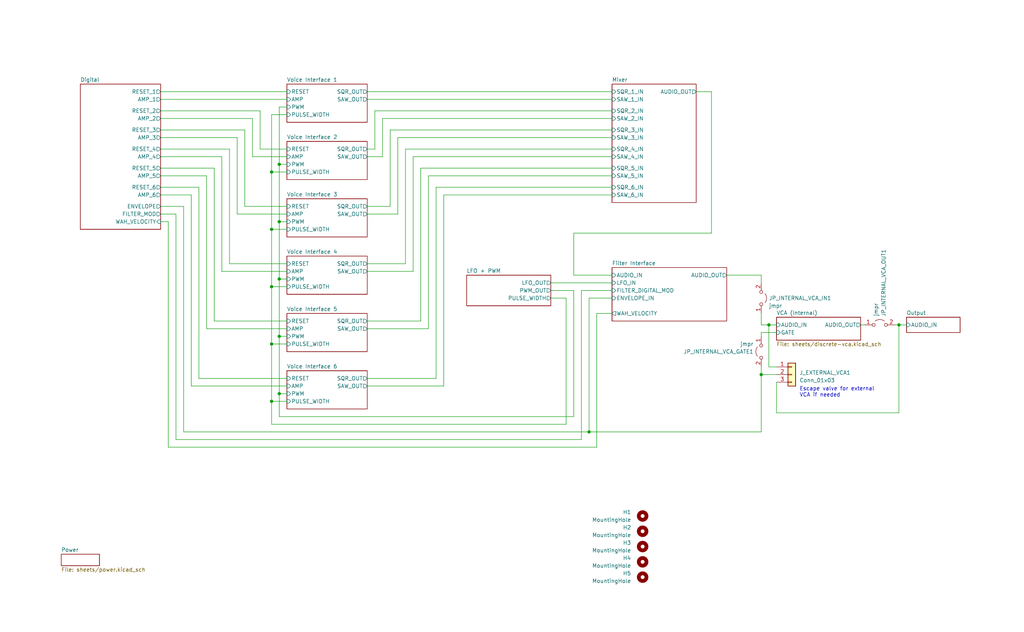
<source format=kicad_sch>
(kicad_sch (version 20230121) (generator eeschema)
  (paper "User" 340.004 210.007)
  (title_block (title "Brow — 6 voice paraphonic synth for Dr gLove") (date "2023-03-31") (company "Shmøergh") (comment 1 "All resistors are 1% except when noted"))
  (lib_symbols
    (symbol "Connector_Generic:Conn_01x03" (pin_names (offset 1.016) hide)
      (property "Reference" "J" (at 0 5.08 0))
      (property "Value" "Conn_01x03" (at 0 -5.08 0))
      (symbol "Conn_01x03_1_1"
        (rectangle (start -1.27 -2.413) (end 0 -2.667) (stroke (width 0.1524)))
        (rectangle (start -1.27 0.127) (end 0 -0.127) (stroke (width 0.1524)))
        (rectangle (start -1.27 2.667) (end 0 2.413) (stroke (width 0.1524)))
        (rectangle (start -1.27 3.81) (end 1.27 -3.81) (stroke (width 0.254)) (fill (type background)))
        (pin passive line (at -5.08 2.54 0) (length 3.81) (name "Pin_1") (number "1"))
        (pin passive line (at -5.08 0 0) (length 3.81) (name "Pin_2") (number "2"))
        (pin passive line (at -5.08 -2.54 0) (length 3.81) (name "Pin_3") (number "3"))
      )
    )
    (symbol "Jumper:Jumper_2_Open" (pin_names (offset 0) hide)
      (property "Reference" "JP" (at 0 2.794 0))
      (property "Value" "Jumper_2_Open" (at 0 -2.286 0))
      (symbol "Jumper_2_Open_0_0"
        (circle (center -2.032 0) (radius 0.508))
        (circle (center 2.032 0) (radius 0.508))
      )
      (symbol "Jumper_2_Open_0_1"
        (arc (start 1.524 1.27) (mid 0 1.778) (end -1.524 1.27))
      )
      (symbol "Jumper_2_Open_1_1"
        (pin passive line (at -5.08 0 0) (length 2.54) (name "A") (number "1"))
        (pin passive line (at 5.08 0 180) (length 2.54) (name "B") (number "2"))
      )
    )
    (symbol "Mechanical:MountingHole" (pin_names (offset 1.016))
      (property "Reference" "H" (at 0 5.08 0))
      (property "Value" "MountingHole" (at 0 3.175 0))
      (symbol "MountingHole_0_1"
        (circle (center 0 0) (radius 1.27) (stroke (width 1.27)))
      )
    )
  )
  (junction (at 92.71 73.66))
  (junction (at 92.71 130.81))
  (junction (at 252.73 124.46))
  (junction (at 90.17 133.35))
  (junction (at 298.45 107.95))
  (junction (at 195.58 143.51))
  (junction (at 90.17 114.3))
  (junction (at 255.27 107.95))
  (junction (at 90.17 76.2))
  (junction (at 92.71 92.71))
  (junction (at 90.17 57.15))
  (junction (at 92.71 54.61))
  (junction (at 90.17 95.25))
  (junction (at 92.71 111.76))
  (wire (pts (xy 53.34 58.42) (xy 68.58 58.42)))
  (wire (pts (xy 121.92 90.17) (xy 137.16 90.17)))
  (wire (pts (xy 121.92 87.63) (xy 134.62 87.63)))
  (wire (pts (xy 147.32 64.77) (xy 203.2 64.77)))
  (wire (pts (xy 203.2 99.06) (xy 195.58 99.06)))
  (wire (pts (xy 121.92 128.27) (xy 147.32 128.27)))
  (wire (pts (xy 90.17 133.35) (xy 95.25 133.35)))
  (wire (pts (xy 68.58 109.22) (xy 95.25 109.22)))
  (wire (pts (xy 92.71 54.61) (xy 92.71 73.66)))
  (wire (pts (xy 147.32 128.27) (xy 147.32 64.77)))
  (wire (pts (xy 297.18 107.95) (xy 298.45 107.95)))
  (wire (pts (xy 257.81 137.16) (xy 298.45 137.16)))
  (wire (pts (xy 132.08 45.72) (xy 203.2 45.72)))
  (wire (pts (xy 144.78 125.73) (xy 144.78 62.23)))
  (wire (pts (xy 66.04 62.23) (xy 66.04 125.73)))
  (wire (pts (xy 257.81 127) (xy 257.81 137.16)))
  (wire (pts (xy 81.28 68.58) (xy 95.25 68.58)))
  (wire (pts (xy 53.34 45.72) (xy 78.74 45.72)))
  (wire (pts (xy 134.62 87.63) (xy 134.62 49.53)))
  (wire (pts (xy 55.88 148.59) (xy 198.12 148.59)))
  (wire (pts (xy 92.71 54.61) (xy 95.25 54.61)))
  (wire (pts (xy 129.54 43.18) (xy 203.2 43.18)))
  (wire (pts (xy 86.36 49.53) (xy 95.25 49.53)))
  (wire (pts (xy 63.5 128.27) (xy 95.25 128.27)))
  (wire (pts (xy 53.34 33.02) (xy 95.25 33.02)))
  (wire (pts (xy 92.71 73.66) (xy 92.71 92.71)))
  (wire (pts (xy 144.78 62.23) (xy 203.2 62.23)))
  (wire (pts (xy 71.12 55.88) (xy 71.12 106.68)))
  (wire (pts (xy 121.92 71.12) (xy 132.08 71.12)))
  (wire (pts (xy 298.45 137.16) (xy 298.45 107.95)))
  (wire (pts (xy 63.5 64.77) (xy 63.5 128.27)))
  (wire (pts (xy 257.81 121.92) (xy 255.27 121.92)))
  (wire (pts (xy 127 52.07) (xy 127 39.37)))
  (wire (pts (xy 139.7 55.88) (xy 203.2 55.88)))
  (wire (pts (xy 53.34 52.07) (xy 73.66 52.07)))
  (wire (pts (xy 53.34 64.77) (xy 63.5 64.77)))
  (wire (pts (xy 60.96 143.51) (xy 195.58 143.51)))
  (wire (pts (xy 81.28 43.18) (xy 81.28 68.58)))
  (wire (pts (xy 142.24 109.22) (xy 142.24 58.42)))
  (wire (pts (xy 252.73 107.95) (xy 255.27 107.95)))
  (wire (pts (xy 53.34 36.83) (xy 86.36 36.83)))
  (wire (pts (xy 90.17 38.1) (xy 90.17 57.15)))
  (wire (pts (xy 236.22 30.48) (xy 236.22 77.47)))
  (wire (pts (xy 90.17 57.15) (xy 95.25 57.15)))
  (wire (pts (xy 132.08 71.12) (xy 132.08 45.72)))
  (wire (pts (xy 92.71 130.81) (xy 95.25 130.81)))
  (wire (pts (xy 121.92 30.48) (xy 203.2 30.48)))
  (wire (pts (xy 76.2 87.63) (xy 95.25 87.63)))
  (wire (pts (xy 71.12 106.68) (xy 95.25 106.68)))
  (wire (pts (xy 252.73 143.51) (xy 252.73 124.46)))
  (wire (pts (xy 76.2 49.53) (xy 76.2 87.63)))
  (wire (pts (xy 252.73 104.14) (xy 252.73 107.95)))
  (wire (pts (xy 182.88 96.52) (xy 190.5 96.52)))
  (wire (pts (xy 195.58 143.51) (xy 252.73 143.51)))
  (wire (pts (xy 53.34 39.37) (xy 83.82 39.37)))
  (wire (pts (xy 83.82 52.07) (xy 95.25 52.07)))
  (wire (pts (xy 53.34 49.53) (xy 76.2 49.53)))
  (wire (pts (xy 90.17 114.3) (xy 90.17 133.35)))
  (wire (pts (xy 127 39.37) (xy 203.2 39.37)))
  (wire (pts (xy 190.5 91.44) (xy 203.2 91.44)))
  (wire (pts (xy 121.92 106.68) (xy 139.7 106.68)))
  (wire (pts (xy 68.58 58.42) (xy 68.58 109.22)))
  (wire (pts (xy 129.54 68.58) (xy 129.54 43.18)))
  (wire (pts (xy 190.5 77.47) (xy 190.5 91.44)))
  (wire (pts (xy 137.16 90.17) (xy 137.16 52.07)))
  (wire (pts (xy 252.73 124.46) (xy 257.81 124.46)))
  (wire (pts (xy 92.71 73.66) (xy 95.25 73.66)))
  (wire (pts (xy 190.5 138.43) (xy 92.71 138.43)))
  (wire (pts (xy 134.62 49.53) (xy 203.2 49.53)))
  (wire (pts (xy 285.75 107.95) (xy 287.02 107.95)))
  (wire (pts (xy 53.34 68.58) (xy 60.96 68.58)))
  (wire (pts (xy 198.12 104.14) (xy 203.2 104.14)))
  (wire (pts (xy 78.74 45.72) (xy 78.74 71.12)))
  (wire (pts (xy 182.88 93.98) (xy 203.2 93.98)))
  (wire (pts (xy 92.71 111.76) (xy 92.71 130.81)))
  (wire (pts (xy 90.17 95.25) (xy 90.17 114.3)))
  (wire (pts (xy 58.42 146.05) (xy 58.42 71.12)))
  (wire (pts (xy 53.34 62.23) (xy 66.04 62.23)))
  (wire (pts (xy 190.5 96.52) (xy 190.5 138.43)))
  (wire (pts (xy 137.16 52.07) (xy 203.2 52.07)))
  (wire (pts (xy 203.2 96.52) (xy 193.04 96.52)))
  (wire (pts (xy 60.96 68.58) (xy 60.96 143.51)))
  (wire (pts (xy 90.17 57.15) (xy 90.17 76.2)))
  (wire (pts (xy 53.34 43.18) (xy 81.28 43.18)))
  (wire (pts (xy 121.92 109.22) (xy 142.24 109.22)))
  (wire (pts (xy 255.27 107.95) (xy 257.81 107.95)))
  (wire (pts (xy 90.17 38.1) (xy 95.25 38.1)))
  (wire (pts (xy 124.46 49.53) (xy 124.46 36.83)))
  (wire (pts (xy 121.92 68.58) (xy 129.54 68.58)))
  (wire (pts (xy 255.27 121.92) (xy 255.27 107.95)))
  (wire (pts (xy 121.92 33.02) (xy 203.2 33.02)))
  (wire (pts (xy 86.36 36.83) (xy 86.36 49.53)))
  (wire (pts (xy 73.66 52.07) (xy 73.66 90.17)))
  (wire (pts (xy 53.34 73.66) (xy 55.88 73.66)))
  (wire (pts (xy 55.88 73.66) (xy 55.88 148.59)))
  (wire (pts (xy 92.71 92.71) (xy 92.71 111.76)))
  (wire (pts (xy 53.34 30.48) (xy 95.25 30.48)))
  (wire (pts (xy 90.17 140.97) (xy 90.17 133.35)))
  (wire (pts (xy 142.24 58.42) (xy 203.2 58.42)))
  (wire (pts (xy 252.73 111.76) (xy 252.73 110.49)))
  (wire (pts (xy 92.71 111.76) (xy 95.25 111.76)))
  (wire (pts (xy 58.42 71.12) (xy 53.34 71.12)))
  (wire (pts (xy 73.66 90.17) (xy 95.25 90.17)))
  (wire (pts (xy 252.73 124.46) (xy 252.73 121.92)))
  (wire (pts (xy 193.04 146.05) (xy 58.42 146.05)))
  (wire (pts (xy 193.04 96.52) (xy 193.04 146.05)))
  (wire (pts (xy 83.82 39.37) (xy 83.82 52.07)))
  (wire (pts (xy 92.71 92.71) (xy 95.25 92.71)))
  (wire (pts (xy 78.74 71.12) (xy 95.25 71.12)))
  (wire (pts (xy 252.73 91.44) (xy 252.73 93.98)))
  (wire (pts (xy 121.92 49.53) (xy 124.46 49.53)))
  (wire (pts (xy 187.96 140.97) (xy 90.17 140.97)))
  (wire (pts (xy 195.58 99.06) (xy 195.58 143.51)))
  (wire (pts (xy 121.92 125.73) (xy 144.78 125.73)))
  (wire (pts (xy 66.04 125.73) (xy 95.25 125.73)))
  (wire (pts (xy 241.3 91.44) (xy 252.73 91.44)))
  (wire (pts (xy 90.17 76.2) (xy 95.25 76.2)))
  (wire (pts (xy 92.71 35.56) (xy 92.71 54.61)))
  (wire (pts (xy 95.25 114.3) (xy 90.17 114.3)))
  (wire (pts (xy 92.71 138.43) (xy 92.71 130.81)))
  (wire (pts (xy 182.88 99.06) (xy 187.96 99.06)))
  (wire (pts (xy 90.17 76.2) (xy 90.17 95.25)))
  (wire (pts (xy 198.12 148.59) (xy 198.12 104.14)))
  (wire (pts (xy 236.22 77.47) (xy 190.5 77.47)))
  (wire (pts (xy 53.34 55.88) (xy 71.12 55.88)))
  (wire (pts (xy 92.71 35.56) (xy 95.25 35.56)))
  (wire (pts (xy 252.73 110.49) (xy 257.81 110.49)))
  (wire (pts (xy 231.14 30.48) (xy 236.22 30.48)))
  (wire (pts (xy 187.96 99.06) (xy 187.96 140.97)))
  (wire (pts (xy 124.46 36.83) (xy 203.2 36.83)))
  (wire (pts (xy 139.7 106.68) (xy 139.7 55.88)))
  (wire (pts (xy 298.45 107.95) (xy 300.99 107.95)))
  (wire (pts (xy 90.17 95.25) (xy 95.25 95.25)))
  (wire (pts (xy 121.92 52.07) (xy 127 52.07)))
  (text "Escape valve for external \nVCA if needed" (at 265.43 132.08 0) (effects (font (size 1.27 1.27)) (justify left bottom)))
  (symbol (lib_id "Mechanical:MountingHole") (at 213.36 191.77 0) (unit 1)
    (property "Reference" "H5" (at 209.55 190.5 0) (effects (justify right)))
    (property "Value" "MountingHole" (at 209.55 193.04 0) (effects (justify right)))
    (property "Footprint" "MountingHole:MountingHole_3mm_Pad" (effects hide))
  )
  (symbol (lib_id "Jumper:Jumper_2_Open") (at 252.73 99.06 270) (mirror x) (unit 1)
    (property "Reference" "JP_INTERNAL_VCA_IN1" (at 255.27 99.06 90) (effects (justify left)))
    (property "Value" "jmpr" (at 255.27 101.6 90) (effects (justify left)))
    (property "Footprint" "PCM_Jumper_AKL_Double:Jumper_P2.54mm_D0.7mm" (effects hide))
  )
  (symbol (lib_id "Jumper:Jumper_2_Open") (at 252.73 116.84 90) (mirror x) (unit 1)
    (property "Reference" "JP_INTERNAL_VCA_GATE1" (at 250.19 116.84 90) (effects (justify left)))
    (property "Value" "jmpr" (at 250.19 114.3 90) (effects (justify left)))
    (property "Footprint" "PCM_Jumper_AKL_Double:Jumper_P2.54mm_D0.7mm" (effects hide))
  )
  (symbol (lib_id "Mechanical:MountingHole") (at 213.36 186.69 0) (unit 1)
    (property "Reference" "H4" (at 209.55 185.42 0) (effects (justify right)))
    (property "Value" "MountingHole" (at 209.55 187.96 0) (effects (justify right)))
    (property "Footprint" "MountingHole:MountingHole_3mm_Pad" (effects hide))
  )
  (symbol (lib_id "Jumper:Jumper_2_Open") (at 292.1 107.95 0) (unit 1)
    (property "Reference" "JP_INTERNAL_VCA_OUT1" (at 293.37 93.98 90))
    (property "Value" "jmpr" (at 290.83 102.87 90))
    (property "Footprint" "PCM_Jumper_AKL_Double:Jumper_P2.54mm_D0.7mm" (effects hide))
  )
  (symbol (lib_id "Mechanical:MountingHole") (at 213.36 181.61 0) (unit 1)
    (property "Reference" "H3" (at 209.55 180.34 0) (effects (justify right)))
    (property "Value" "MountingHole" (at 209.55 182.88 0) (effects (justify right)))
    (property "Footprint" "MountingHole:MountingHole_3mm_Pad" (effects hide))
  )
  (symbol (lib_id "Connector_Generic:Conn_01x03") (at 262.89 124.46 0) (unit 1)
    (property "Reference" "J_EXTERNAL_VCA1" (at 265.43 123.825 0) (effects (justify left)))
    (property "Value" "Conn_01x03" (at 265.43 126.365 0) (effects (justify left)))
    (property "Footprint" "Shmoergh_Custom_Footprints:NSL25_01x03_Vertical" (effects hide))
  )
  (symbol (lib_id "Mechanical:MountingHole") (at 213.36 171.45 0) (unit 1)
    (property "Reference" "H1" (at 209.55 170.18 0) (effects (justify right)))
    (property "Value" "MountingHole" (at 209.55 172.72 0) (effects (justify right)))
    (property "Footprint" "MountingHole:MountingHole_3mm_Pad" (effects hide))
  )
  (symbol (lib_id "Mechanical:MountingHole") (at 213.36 176.53 0) (unit 1)
    (property "Reference" "H2" (at 209.55 175.26 0) (effects (justify right)))
    (property "Value" "MountingHole" (at 209.55 177.8 0) (effects (justify right)))
    (property "Footprint" "MountingHole:MountingHole_3mm_Pad" (effects hide))
  )
  (sheet (at 154.94 91.44) (size 27.94 10.16) (stroke (width 0.1524))
    (property "Sheetname" "LFO + PWM" (at 154.94 90.7284 0) (effects (justify left bottom)))
    (property "Sheetfile" "sheets/lfo.kicad_sch" (effects hide))
    (pin "LFO_OUT" output (at 182.88 93.98 0))
    (pin "PULSE_WIDTH" output (at 182.88 99.06 0))
    (pin "PWM_OUT" output (at 182.88 96.52 0))
  )
  (sheet (at 95.25 85.09) (size 26.67 12.7) (stroke (width 0.1524))
    (property "Sheetname" "Voice Interface 4" (at 95.25 84.3784 0) (effects (justify left bottom)))
    (property "Sheetfile" "sheets/voice-interface.kicad_sch" (effects hide))
    (pin "RESET" input (at 95.25 87.63 180))
    (pin "AMP" input (at 95.25 90.17 180))
    (pin "PWM" input (at 95.25 92.71 180))
    (pin "PULSE_WIDTH" input (at 95.25 95.25 180))
    (pin "SQR_OUT" output (at 121.92 87.63 0))
    (pin "SAW_OUT" output (at 121.92 90.17 0))
  )
  (sheet (at 20.32 184.15) (size 12.7 3.81) (stroke (width 0.1524))
    (property "Sheetname" "Power" (at 20.32 183.4384 0) (effects (justify left bottom)))
    (property "Sheetfile" "sheets/power.kicad_sch" (at 20.32 188.5446 0) (effects (justify left top)))
  )
  (sheet (at 300.99 105.41) (size 17.78 5.08) (stroke (width 0.1524))
    (property "Sheetname" "Output" (at 300.99 104.6984 0) (effects (justify left bottom)))
    (property "Sheetfile" "sheets/output.kicad_sch" (effects hide))
    (pin "AUDIO_IN" input (at 300.99 107.95 180))
  )
  (sheet (at 203.2 88.9) (size 38.1 17.78) (stroke (width 0.1524))
    (property "Sheetname" "Filter Interface" (at 203.2 88.1884 0) (effects (justify left bottom)))
    (property "Sheetfile" "sheets/filter-interface.kicad_sch" (effects hide))
    (pin "ENVELOPE_IN" input (at 203.2 99.06 180))
    (pin "LFO_IN" input (at 203.2 93.98 180))
    (pin "AUDIO_IN" input (at 203.2 91.44 180))
    (pin "FILTER_DIGITAL_MOD" input (at 203.2 96.52 180))
    (pin "AUDIO_OUT" output (at 241.3 91.44 0))
    (pin "WAH_VELOCITY" output (at 203.2 104.14 180))
  )
  (sheet (at 257.81 105.41) (size 27.94 7.62) (stroke (width 0.1524))
    (property "Sheetname" "VCA (Internal)" (at 257.81 104.6984 0) (effects (justify left bottom)))
    (property "Sheetfile" "sheets/discrete-vca.kicad_sch" (at 257.81 113.6146 0) (effects (justify left top)))
    (pin "GATE" input (at 257.81 110.49 180))
    (pin "AUDIO_IN" input (at 257.81 107.95 180))
    (pin "AUDIO_OUT" output (at 285.75 107.95 0))
  )
  (sheet (at 95.25 104.14) (size 26.67 12.7) (stroke (width 0.1524))
    (property "Sheetname" "Voice Interface 5" (at 95.25 103.4284 0) (effects (justify left bottom)))
    (property "Sheetfile" "sheets/voice-interface.kicad_sch" (effects hide))
    (pin "RESET" input (at 95.25 106.68 180))
    (pin "AMP" input (at 95.25 109.22 180))
    (pin "PWM" input (at 95.25 111.76 180))
    (pin "PULSE_WIDTH" input (at 95.25 114.3 180))
    (pin "SQR_OUT" output (at 121.92 106.68 0))
    (pin "SAW_OUT" output (at 121.92 109.22 0))
  )
  (sheet (at 95.25 66.04) (size 26.67 12.7) (stroke (width 0.1524))
    (property "Sheetname" "Voice Interface 3" (at 95.25 65.3284 0) (effects (justify left bottom)))
    (property "Sheetfile" "sheets/voice-interface.kicad_sch" (effects hide))
    (pin "RESET" input (at 95.25 68.58 180))
    (pin "AMP" input (at 95.25 71.12 180))
    (pin "PWM" input (at 95.25 73.66 180))
    (pin "PULSE_WIDTH" input (at 95.25 76.2 180))
    (pin "SQR_OUT" output (at 121.92 68.58 0))
    (pin "SAW_OUT" output (at 121.92 71.12 0))
  )
  (sheet (at 26.67 27.94) (size 26.67 48.26) (stroke (width 0.1524))
    (property "Sheetname" "Digital" (at 26.67 27.2284 0) (effects (justify left bottom)))
    (property "Sheetfile" "sheets/digital.kicad_sch" (effects hide))
    (pin "RESET_4" output (at 53.34 49.53 0))
    (pin "AMP_4" output (at 53.34 52.07 0))
    (pin "RESET_5" output (at 53.34 55.88 0))
    (pin "AMP_5" output (at 53.34 58.42 0))
    (pin "RESET_6" output (at 53.34 62.23 0))
    (pin "AMP_6" output (at 53.34 64.77 0))
    (pin "RESET_2" output (at 53.34 36.83 0))
    (pin "AMP_2" output (at 53.34 39.37 0))
    (pin "RESET_3" output (at 53.34 43.18 0))
    (pin "AMP_3" output (at 53.34 45.72 0))
    (pin "RESET_1" output (at 53.34 30.48 0))
    (pin "AMP_1" output (at 53.34 33.02 0))
    (pin "ENVELOPE" output (at 53.34 68.58 0))
    (pin "FILTER_MOD" output (at 53.34 71.12 0))
    (pin "WAH_VELOCITY" input (at 53.34 73.66 0))
  )
  (sheet (at 203.2 27.94) (size 27.94 39.37) (stroke (width 0.1524))
    (property "Sheetname" "Mixer" (at 203.2 27.2284 0) (effects (justify left bottom)))
    (property "Sheetfile" "sheets/mixer.kicad_sch" (effects hide))
    (pin "AUDIO_OUT" output (at 231.14 30.48 0))
    (pin "SQR_6_IN" input (at 203.2 62.23 180))
    (pin "SQR_4_IN" input (at 203.2 49.53 180))
    (pin "SQR_5_IN" input (at 203.2 55.88 180))
    (pin "SQR_3_IN" input (at 203.2 43.18 180))
    (pin "SQR_1_IN" input (at 203.2 30.48 180))
    (pin "SQR_2_IN" input (at 203.2 36.83 180))
    (pin "SAW_3_IN" input (at 203.2 45.72 180))
    (pin "SAW_2_IN" input (at 203.2 39.37 180))
    (pin "SAW_1_IN" input (at 203.2 33.02 180))
    (pin "SAW_5_IN" input (at 203.2 58.42 180))
    (pin "SAW_6_IN" input (at 203.2 64.77 180))
    (pin "SAW_4_IN" input (at 203.2 52.07 180))
  )
  (sheet (at 95.25 123.19) (size 26.67 12.7) (stroke (width 0.1524))
    (property "Sheetname" "Voice Interface 6" (at 95.25 122.4784 0) (effects (justify left bottom)))
    (property "Sheetfile" "sheets/voice-interface.kicad_sch" (effects hide))
    (pin "RESET" input (at 95.25 125.73 180))
    (pin "AMP" input (at 95.25 128.27 180))
    (pin "PWM" input (at 95.25 130.81 180))
    (pin "PULSE_WIDTH" input (at 95.25 133.35 180))
    (pin "SQR_OUT" output (at 121.92 125.73 0))
    (pin "SAW_OUT" output (at 121.92 128.27 0))
  )
  (sheet (at 95.25 46.99) (size 26.67 12.7) (stroke (width 0.1524))
    (property "Sheetname" "Voice Interface 2" (at 95.25 46.2784 0) (effects (justify left bottom)))
    (property "Sheetfile" "sheets/voice-interface.kicad_sch" (effects hide))
    (pin "AMP" input (at 95.25 52.07 180))
    (pin "PWM" input (at 95.25 54.61 180))
    (pin "PULSE_WIDTH" input (at 95.25 57.15 180))
    (pin "SQR_OUT" output (at 121.92 49.53 0))
    (pin "SAW_OUT" output (at 121.92 52.07 0))
    (pin "RESET" input (at 95.25 49.53 180))
  )
  (sheet (at 95.25 27.94) (size 26.67 12.7) (stroke (width 0.1524))
    (property "Sheetname" "Voice Interface 1" (at 95.25 27.2284 0) (effects (justify left bottom)))
    (property "Sheetfile" "sheets/voice-interface.kicad_sch" (effects hide))
    (pin "RESET" input (at 95.25 30.48 180))
    (pin "AMP" input (at 95.25 33.02 180))
    (pin "PWM" input (at 95.25 35.56 180))
    (pin "PULSE_WIDTH" input (at 95.25 38.1 180))
    (pin "SQR_OUT" output (at 121.92 30.48 0))
    (pin "SAW_OUT" output (at 121.92 33.02 0))
  )
)
</source>
